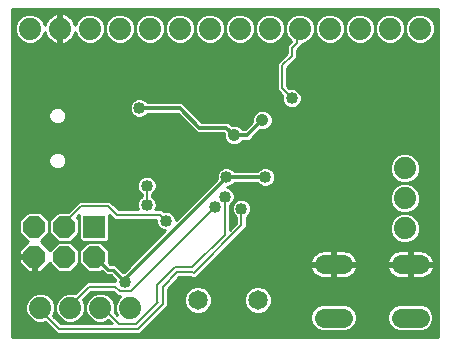
<source format=gbl>
G75*
%MOIN*%
%OFA0B0*%
%FSLAX25Y25*%
%IPPOS*%
%LPD*%
%AMOC8*
5,1,8,0,0,1.08239X$1,22.5*
%
%ADD10R,0.07400X0.07400*%
%ADD11OC8,0.07400*%
%ADD12C,0.06400*%
%ADD13C,0.06500*%
%ADD14C,0.07400*%
%ADD15C,0.01000*%
%ADD16C,0.04165*%
%ADD17C,0.00800*%
%ADD18C,0.04000*%
%ADD19C,0.01200*%
D10*
X0042346Y0039800D03*
D11*
X0032346Y0039800D03*
X0022346Y0039800D03*
X0022346Y0029800D03*
X0032346Y0029800D03*
X0042346Y0029800D03*
D12*
X0118846Y0027200D02*
X0125246Y0027200D01*
X0144446Y0027200D02*
X0150846Y0027200D01*
X0150846Y0009400D02*
X0144446Y0009400D01*
X0125246Y0009400D02*
X0118846Y0009400D01*
D13*
X0096846Y0015300D03*
X0076846Y0015300D03*
D14*
X0054346Y0012800D03*
X0044346Y0012800D03*
X0034346Y0012800D03*
X0024346Y0012800D03*
X0145846Y0039300D03*
X0145846Y0049300D03*
X0145846Y0059300D03*
X0140846Y0105800D03*
X0150846Y0105800D03*
X0130846Y0105800D03*
X0120846Y0105800D03*
X0110846Y0105800D03*
X0100846Y0105800D03*
X0090846Y0105800D03*
X0080846Y0105800D03*
X0070846Y0105800D03*
X0060846Y0105800D03*
X0050846Y0105800D03*
X0040846Y0105800D03*
X0030846Y0105800D03*
X0020846Y0105800D03*
D15*
X0014946Y0112200D02*
X0014946Y0002900D01*
X0156746Y0002900D01*
X0156746Y0112200D01*
X0014946Y0112200D01*
X0014946Y0111615D02*
X0156746Y0111615D01*
X0156746Y0110617D02*
X0152283Y0110617D01*
X0151841Y0110800D02*
X0149852Y0110800D01*
X0148014Y0110039D01*
X0146608Y0108632D01*
X0145846Y0106795D01*
X0145085Y0108632D01*
X0143679Y0110039D01*
X0141841Y0110800D01*
X0139852Y0110800D01*
X0138014Y0110039D01*
X0136608Y0108632D01*
X0135846Y0106795D01*
X0135085Y0108632D01*
X0133679Y0110039D01*
X0131841Y0110800D01*
X0129852Y0110800D01*
X0128014Y0110039D01*
X0126608Y0108632D01*
X0125846Y0106795D01*
X0125085Y0108632D01*
X0123679Y0110039D01*
X0121841Y0110800D01*
X0119852Y0110800D01*
X0118014Y0110039D01*
X0116608Y0108632D01*
X0115846Y0106795D01*
X0115085Y0108632D01*
X0113679Y0110039D01*
X0111841Y0110800D01*
X0109852Y0110800D01*
X0108014Y0110039D01*
X0106608Y0108632D01*
X0105846Y0106795D01*
X0105085Y0108632D01*
X0103679Y0110039D01*
X0101841Y0110800D01*
X0099852Y0110800D01*
X0098014Y0110039D01*
X0096608Y0108632D01*
X0095846Y0106795D01*
X0095085Y0108632D01*
X0093679Y0110039D01*
X0091841Y0110800D01*
X0089852Y0110800D01*
X0088014Y0110039D01*
X0086608Y0108632D01*
X0085846Y0106795D01*
X0085085Y0108632D01*
X0083679Y0110039D01*
X0081841Y0110800D01*
X0079852Y0110800D01*
X0078014Y0110039D01*
X0076608Y0108632D01*
X0075846Y0106795D01*
X0075085Y0108632D01*
X0073679Y0110039D01*
X0071841Y0110800D01*
X0069852Y0110800D01*
X0068014Y0110039D01*
X0066608Y0108632D01*
X0065846Y0106795D01*
X0065085Y0108632D01*
X0063679Y0110039D01*
X0061841Y0110800D01*
X0059852Y0110800D01*
X0058014Y0110039D01*
X0056608Y0108632D01*
X0055846Y0106795D01*
X0055085Y0108632D01*
X0053679Y0110039D01*
X0051841Y0110800D01*
X0049852Y0110800D01*
X0048014Y0110039D01*
X0046608Y0108632D01*
X0045846Y0106795D01*
X0045085Y0108632D01*
X0043679Y0110039D01*
X0041841Y0110800D01*
X0039852Y0110800D01*
X0038014Y0110039D01*
X0036608Y0108632D01*
X0035924Y0106982D01*
X0035918Y0107018D01*
X0035665Y0107796D01*
X0035294Y0108525D01*
X0034813Y0109188D01*
X0034234Y0109766D01*
X0033572Y0110247D01*
X0032843Y0110619D01*
X0032064Y0110872D01*
X0031346Y0110986D01*
X0031346Y0106300D01*
X0030346Y0106300D01*
X0030346Y0110986D01*
X0029629Y0110872D01*
X0028850Y0110619D01*
X0028121Y0110247D01*
X0027459Y0109766D01*
X0026880Y0109188D01*
X0026399Y0108525D01*
X0026027Y0107796D01*
X0025774Y0107018D01*
X0025769Y0106982D01*
X0025085Y0108632D01*
X0023679Y0110039D01*
X0021841Y0110800D01*
X0019852Y0110800D01*
X0018014Y0110039D01*
X0016608Y0108632D01*
X0015846Y0106795D01*
X0015846Y0104805D01*
X0016608Y0102968D01*
X0018014Y0101561D01*
X0019852Y0100800D01*
X0021841Y0100800D01*
X0023679Y0101561D01*
X0025085Y0102968D01*
X0025769Y0104618D01*
X0025774Y0104582D01*
X0026027Y0103804D01*
X0026399Y0103075D01*
X0026880Y0102412D01*
X0027459Y0101834D01*
X0028121Y0101353D01*
X0028850Y0100981D01*
X0029629Y0100728D01*
X0030346Y0100614D01*
X0030346Y0105300D01*
X0031346Y0105300D01*
X0031346Y0100614D01*
X0032064Y0100728D01*
X0032843Y0100981D01*
X0033572Y0101353D01*
X0034234Y0101834D01*
X0034813Y0102412D01*
X0035294Y0103075D01*
X0035665Y0103804D01*
X0035918Y0104582D01*
X0035924Y0104618D01*
X0036608Y0102968D01*
X0038014Y0101561D01*
X0039852Y0100800D01*
X0041841Y0100800D01*
X0043679Y0101561D01*
X0045085Y0102968D01*
X0045846Y0104805D01*
X0045846Y0106795D01*
X0045846Y0104805D01*
X0046608Y0102968D01*
X0048014Y0101561D01*
X0049852Y0100800D01*
X0051841Y0100800D01*
X0053679Y0101561D01*
X0055085Y0102968D01*
X0055846Y0104805D01*
X0055846Y0106795D01*
X0055846Y0104805D01*
X0056608Y0102968D01*
X0058014Y0101561D01*
X0059852Y0100800D01*
X0061841Y0100800D01*
X0063679Y0101561D01*
X0065085Y0102968D01*
X0065846Y0104805D01*
X0065846Y0106795D01*
X0065846Y0104805D01*
X0066608Y0102968D01*
X0068014Y0101561D01*
X0069852Y0100800D01*
X0071841Y0100800D01*
X0073679Y0101561D01*
X0075085Y0102968D01*
X0075846Y0104805D01*
X0075846Y0106795D01*
X0075846Y0104805D01*
X0076608Y0102968D01*
X0078014Y0101561D01*
X0079852Y0100800D01*
X0081841Y0100800D01*
X0083679Y0101561D01*
X0085085Y0102968D01*
X0085846Y0104805D01*
X0085846Y0106795D01*
X0085846Y0104805D01*
X0086608Y0102968D01*
X0088014Y0101561D01*
X0089852Y0100800D01*
X0091841Y0100800D01*
X0093679Y0101561D01*
X0095085Y0102968D01*
X0095846Y0104805D01*
X0095846Y0106795D01*
X0095846Y0104805D01*
X0096608Y0102968D01*
X0098014Y0101561D01*
X0099852Y0100800D01*
X0101841Y0100800D01*
X0103679Y0101561D01*
X0105085Y0102968D01*
X0105846Y0104805D01*
X0106608Y0102968D01*
X0107959Y0101617D01*
X0106446Y0100104D01*
X0106446Y0097504D01*
X0104142Y0095200D01*
X0103146Y0094204D01*
X0103146Y0085196D01*
X0104142Y0084200D01*
X0104917Y0083426D01*
X0104846Y0083256D01*
X0104846Y0081944D01*
X0105349Y0080731D01*
X0106277Y0079802D01*
X0107490Y0079300D01*
X0108803Y0079300D01*
X0110016Y0079802D01*
X0110944Y0080731D01*
X0111446Y0081944D01*
X0111446Y0083256D01*
X0110944Y0084469D01*
X0110016Y0085398D01*
X0108803Y0085900D01*
X0107490Y0085900D01*
X0107321Y0085830D01*
X0106546Y0086604D01*
X0106546Y0092796D01*
X0109846Y0096096D01*
X0109846Y0098696D01*
X0110451Y0099300D01*
X0111446Y0100296D01*
X0111446Y0100800D01*
X0111841Y0100800D01*
X0113679Y0101561D01*
X0115085Y0102968D01*
X0115846Y0104805D01*
X0115846Y0106795D01*
X0115846Y0104805D01*
X0116608Y0102968D01*
X0118014Y0101561D01*
X0119852Y0100800D01*
X0121841Y0100800D01*
X0123679Y0101561D01*
X0125085Y0102968D01*
X0125846Y0104805D01*
X0125846Y0106795D01*
X0125846Y0104805D01*
X0126608Y0102968D01*
X0128014Y0101561D01*
X0129852Y0100800D01*
X0131841Y0100800D01*
X0133679Y0101561D01*
X0135085Y0102968D01*
X0135846Y0104805D01*
X0135846Y0106795D01*
X0135846Y0104805D01*
X0136608Y0102968D01*
X0138014Y0101561D01*
X0139852Y0100800D01*
X0141841Y0100800D01*
X0143679Y0101561D01*
X0145085Y0102968D01*
X0145846Y0104805D01*
X0145846Y0106795D01*
X0145846Y0104805D01*
X0146608Y0102968D01*
X0148014Y0101561D01*
X0149852Y0100800D01*
X0151841Y0100800D01*
X0153679Y0101561D01*
X0155085Y0102968D01*
X0155846Y0104805D01*
X0155846Y0106795D01*
X0155085Y0108632D01*
X0153679Y0110039D01*
X0151841Y0110800D01*
X0154099Y0109618D02*
X0156746Y0109618D01*
X0156746Y0108620D02*
X0155090Y0108620D01*
X0155504Y0107621D02*
X0156746Y0107621D01*
X0156746Y0106623D02*
X0155846Y0106623D01*
X0155846Y0105624D02*
X0156746Y0105624D01*
X0156746Y0104626D02*
X0155772Y0104626D01*
X0155358Y0103627D02*
X0156746Y0103627D01*
X0156746Y0102629D02*
X0154746Y0102629D01*
X0153748Y0101630D02*
X0156746Y0101630D01*
X0156746Y0100632D02*
X0111446Y0100632D01*
X0110784Y0099633D02*
X0156746Y0099633D01*
X0156746Y0098635D02*
X0109846Y0098635D01*
X0109846Y0097636D02*
X0156746Y0097636D01*
X0156746Y0096638D02*
X0109846Y0096638D01*
X0109390Y0095639D02*
X0156746Y0095639D01*
X0156746Y0094641D02*
X0108391Y0094641D01*
X0107393Y0093642D02*
X0156746Y0093642D01*
X0156746Y0092644D02*
X0106546Y0092644D01*
X0106546Y0091645D02*
X0156746Y0091645D01*
X0156746Y0090647D02*
X0106546Y0090647D01*
X0106546Y0089648D02*
X0156746Y0089648D01*
X0156746Y0088650D02*
X0106546Y0088650D01*
X0106546Y0087651D02*
X0156746Y0087651D01*
X0156746Y0086653D02*
X0106546Y0086653D01*
X0109396Y0085654D02*
X0156746Y0085654D01*
X0156746Y0084656D02*
X0110758Y0084656D01*
X0111280Y0083657D02*
X0156746Y0083657D01*
X0156746Y0082659D02*
X0111446Y0082659D01*
X0111329Y0081660D02*
X0156746Y0081660D01*
X0156746Y0080662D02*
X0110875Y0080662D01*
X0109679Y0079663D02*
X0156746Y0079663D01*
X0156746Y0078665D02*
X0099063Y0078665D01*
X0099019Y0078683D02*
X0097674Y0078683D01*
X0096430Y0078168D01*
X0095479Y0077216D01*
X0094964Y0075973D01*
X0094964Y0074627D01*
X0094970Y0074611D01*
X0092559Y0072200D01*
X0091721Y0072200D01*
X0091714Y0072216D01*
X0090763Y0073168D01*
X0089519Y0073683D01*
X0088174Y0073683D01*
X0088157Y0073676D01*
X0087133Y0074700D01*
X0078133Y0074700D01*
X0071633Y0081200D01*
X0060113Y0081200D01*
X0059216Y0082098D01*
X0058003Y0082600D01*
X0056690Y0082600D01*
X0055477Y0082098D01*
X0054549Y0081169D01*
X0054046Y0079956D01*
X0054046Y0078644D01*
X0054549Y0077431D01*
X0055477Y0076502D01*
X0056690Y0076000D01*
X0058003Y0076000D01*
X0059216Y0076502D01*
X0060113Y0077400D01*
X0070059Y0077400D01*
X0075446Y0072013D01*
X0076559Y0070900D01*
X0085464Y0070900D01*
X0085464Y0069627D01*
X0085979Y0068384D01*
X0086930Y0067432D01*
X0088174Y0066917D01*
X0089519Y0066917D01*
X0090763Y0067432D01*
X0091714Y0068384D01*
X0091721Y0068400D01*
X0094133Y0068400D01*
X0095246Y0069513D01*
X0097657Y0071924D01*
X0097674Y0071917D01*
X0099019Y0071917D01*
X0100263Y0072432D01*
X0101214Y0073384D01*
X0101729Y0074627D01*
X0101729Y0075973D01*
X0101214Y0077216D01*
X0100263Y0078168D01*
X0099019Y0078683D01*
X0097630Y0078665D02*
X0074169Y0078665D01*
X0073170Y0079663D02*
X0106614Y0079663D01*
X0105418Y0080662D02*
X0072172Y0080662D01*
X0075167Y0077666D02*
X0095929Y0077666D01*
X0095252Y0076668D02*
X0076166Y0076668D01*
X0077164Y0075669D02*
X0094964Y0075669D01*
X0094964Y0074670D02*
X0087163Y0074670D01*
X0089545Y0073672D02*
X0094031Y0073672D01*
X0093033Y0072673D02*
X0091257Y0072673D01*
X0095246Y0069513D02*
X0095246Y0069513D01*
X0095411Y0069678D02*
X0156746Y0069678D01*
X0156746Y0070676D02*
X0096410Y0070676D01*
X0097408Y0071675D02*
X0156746Y0071675D01*
X0156746Y0072673D02*
X0100504Y0072673D01*
X0101333Y0073672D02*
X0156746Y0073672D01*
X0156746Y0074670D02*
X0101729Y0074670D01*
X0101729Y0075669D02*
X0156746Y0075669D01*
X0156746Y0076668D02*
X0101441Y0076668D01*
X0100764Y0077666D02*
X0156746Y0077666D01*
X0156746Y0068679D02*
X0094413Y0068679D01*
X0091011Y0067681D02*
X0156746Y0067681D01*
X0156746Y0066682D02*
X0014946Y0066682D01*
X0014946Y0065684D02*
X0156746Y0065684D01*
X0156746Y0064685D02*
X0030859Y0064685D01*
X0030599Y0064793D02*
X0029416Y0064793D01*
X0028324Y0064340D01*
X0027487Y0063504D01*
X0027035Y0062411D01*
X0027035Y0061228D01*
X0027487Y0060135D01*
X0028324Y0059299D01*
X0029416Y0058846D01*
X0030599Y0058846D01*
X0031692Y0059299D01*
X0032528Y0060135D01*
X0032981Y0061228D01*
X0032981Y0062411D01*
X0032528Y0063504D01*
X0031692Y0064340D01*
X0030599Y0064793D01*
X0029157Y0064685D02*
X0014946Y0064685D01*
X0014946Y0063687D02*
X0027670Y0063687D01*
X0027149Y0062688D02*
X0014946Y0062688D01*
X0014946Y0061690D02*
X0027035Y0061690D01*
X0027257Y0060691D02*
X0014946Y0060691D01*
X0014946Y0059693D02*
X0027930Y0059693D01*
X0032086Y0059693D02*
X0140846Y0059693D01*
X0140846Y0060295D02*
X0140846Y0058305D01*
X0141608Y0056468D01*
X0143014Y0055061D01*
X0144852Y0054300D01*
X0146841Y0054300D01*
X0148679Y0055061D01*
X0150085Y0056468D01*
X0150846Y0058305D01*
X0150846Y0060295D01*
X0150085Y0062132D01*
X0148679Y0063539D01*
X0146841Y0064300D01*
X0144852Y0064300D01*
X0143014Y0063539D01*
X0141608Y0062132D01*
X0140846Y0060295D01*
X0141011Y0060691D02*
X0032759Y0060691D01*
X0032981Y0061690D02*
X0141424Y0061690D01*
X0142164Y0062688D02*
X0032866Y0062688D01*
X0032345Y0063687D02*
X0143372Y0063687D01*
X0148321Y0063687D02*
X0156746Y0063687D01*
X0156746Y0062688D02*
X0149529Y0062688D01*
X0150269Y0061690D02*
X0156746Y0061690D01*
X0156746Y0060691D02*
X0150682Y0060691D01*
X0150846Y0059693D02*
X0156746Y0059693D01*
X0156746Y0058694D02*
X0150846Y0058694D01*
X0150594Y0057696D02*
X0156746Y0057696D01*
X0156746Y0056697D02*
X0150180Y0056697D01*
X0149316Y0055699D02*
X0156746Y0055699D01*
X0156746Y0054700D02*
X0147807Y0054700D01*
X0146841Y0054300D02*
X0148679Y0053539D01*
X0150085Y0052132D01*
X0150846Y0050295D01*
X0150846Y0048305D01*
X0150085Y0046468D01*
X0148679Y0045061D01*
X0146841Y0044300D01*
X0144852Y0044300D01*
X0143014Y0045061D01*
X0141608Y0046468D01*
X0140846Y0048305D01*
X0140846Y0050295D01*
X0141608Y0052132D01*
X0143014Y0053539D01*
X0144852Y0054300D01*
X0146841Y0054300D01*
X0148285Y0053702D02*
X0156746Y0053702D01*
X0156746Y0052703D02*
X0149514Y0052703D01*
X0150262Y0051705D02*
X0156746Y0051705D01*
X0156746Y0050706D02*
X0150676Y0050706D01*
X0150846Y0049708D02*
X0156746Y0049708D01*
X0156746Y0048709D02*
X0150846Y0048709D01*
X0150600Y0047711D02*
X0156746Y0047711D01*
X0156746Y0046712D02*
X0150186Y0046712D01*
X0149331Y0045714D02*
X0156746Y0045714D01*
X0156746Y0044715D02*
X0147843Y0044715D01*
X0148249Y0043717D02*
X0156746Y0043717D01*
X0156746Y0042718D02*
X0149499Y0042718D01*
X0150085Y0042132D02*
X0148679Y0043539D01*
X0146841Y0044300D01*
X0144852Y0044300D01*
X0143014Y0043539D01*
X0141608Y0042132D01*
X0140846Y0040295D01*
X0140846Y0038305D01*
X0141608Y0036468D01*
X0143014Y0035061D01*
X0144852Y0034300D01*
X0146841Y0034300D01*
X0148679Y0035061D01*
X0150085Y0036468D01*
X0150846Y0038305D01*
X0150846Y0040295D01*
X0150085Y0042132D01*
X0150256Y0041720D02*
X0156746Y0041720D01*
X0156746Y0040721D02*
X0150670Y0040721D01*
X0150846Y0039723D02*
X0156746Y0039723D01*
X0156746Y0038724D02*
X0150846Y0038724D01*
X0150606Y0037726D02*
X0156746Y0037726D01*
X0156746Y0036727D02*
X0150193Y0036727D01*
X0149346Y0035729D02*
X0156746Y0035729D01*
X0156746Y0034730D02*
X0147879Y0034730D01*
X0143814Y0034730D02*
X0088281Y0034730D01*
X0089279Y0035729D02*
X0142347Y0035729D01*
X0141500Y0036727D02*
X0090278Y0036727D01*
X0091276Y0037726D02*
X0141087Y0037726D01*
X0140846Y0038724D02*
X0092275Y0038724D01*
X0093046Y0039496D02*
X0093046Y0042932D01*
X0093216Y0043002D01*
X0094144Y0043931D01*
X0094646Y0045144D01*
X0094646Y0046456D01*
X0094144Y0047669D01*
X0093216Y0048598D01*
X0092003Y0049100D01*
X0090690Y0049100D01*
X0089477Y0048598D01*
X0088549Y0047669D01*
X0088046Y0046456D01*
X0088046Y0045144D01*
X0088549Y0043931D01*
X0089477Y0043002D01*
X0089646Y0042932D01*
X0089646Y0040904D01*
X0087446Y0038704D01*
X0087446Y0046932D01*
X0087616Y0047002D01*
X0088544Y0047931D01*
X0089046Y0049144D01*
X0089046Y0050456D01*
X0088544Y0051669D01*
X0087616Y0052598D01*
X0086644Y0053000D01*
X0087003Y0053000D01*
X0088216Y0053502D01*
X0089113Y0054400D01*
X0096580Y0054400D01*
X0097477Y0053502D01*
X0098690Y0053000D01*
X0100003Y0053000D01*
X0101216Y0053502D01*
X0102144Y0054431D01*
X0102646Y0055644D01*
X0102646Y0056956D01*
X0102144Y0058169D01*
X0101216Y0059098D01*
X0100003Y0059600D01*
X0098690Y0059600D01*
X0097477Y0059098D01*
X0096580Y0058200D01*
X0089113Y0058200D01*
X0088216Y0059098D01*
X0087003Y0059600D01*
X0085690Y0059600D01*
X0084477Y0059098D01*
X0083549Y0058169D01*
X0083046Y0056956D01*
X0083046Y0055646D01*
X0069446Y0042046D01*
X0069446Y0042456D01*
X0068944Y0043669D01*
X0068016Y0044598D01*
X0066803Y0045100D01*
X0065490Y0045100D01*
X0065321Y0045030D01*
X0064851Y0045500D01*
X0062697Y0045500D01*
X0063046Y0046344D01*
X0063046Y0047656D01*
X0062544Y0048869D01*
X0061616Y0049798D01*
X0061446Y0049868D01*
X0061446Y0050532D01*
X0061616Y0050602D01*
X0062544Y0051531D01*
X0063046Y0052744D01*
X0063046Y0054056D01*
X0062544Y0055269D01*
X0061616Y0056198D01*
X0060403Y0056700D01*
X0059090Y0056700D01*
X0057877Y0056198D01*
X0056949Y0055269D01*
X0056446Y0054056D01*
X0056446Y0052744D01*
X0056949Y0051531D01*
X0057877Y0050602D01*
X0058046Y0050532D01*
X0058046Y0049868D01*
X0057877Y0049798D01*
X0056949Y0048869D01*
X0056446Y0047656D01*
X0056446Y0046344D01*
X0056796Y0045500D01*
X0050451Y0045500D01*
X0048646Y0047304D01*
X0047651Y0048300D01*
X0037042Y0048300D01*
X0033542Y0044800D01*
X0030275Y0044800D01*
X0027346Y0041871D01*
X0024418Y0044800D01*
X0020275Y0044800D01*
X0017346Y0041871D01*
X0017346Y0037729D01*
X0020134Y0034941D01*
X0017146Y0031954D01*
X0017146Y0030300D01*
X0021846Y0030300D01*
X0021846Y0029300D01*
X0017146Y0029300D01*
X0017146Y0027646D01*
X0020193Y0024600D01*
X0021846Y0024600D01*
X0021846Y0029300D01*
X0022846Y0029300D01*
X0022846Y0024600D01*
X0024500Y0024600D01*
X0027488Y0027588D01*
X0030275Y0024800D01*
X0034418Y0024800D01*
X0037346Y0027729D01*
X0037346Y0031871D01*
X0034418Y0034800D01*
X0037346Y0037729D01*
X0037346Y0041871D01*
X0036384Y0042833D01*
X0037346Y0043796D01*
X0037346Y0035562D01*
X0038108Y0034800D01*
X0046585Y0034800D01*
X0047346Y0035562D01*
X0047346Y0043796D01*
X0049042Y0042100D01*
X0062846Y0042100D01*
X0062846Y0041144D01*
X0063349Y0039931D01*
X0064277Y0039002D01*
X0065490Y0038500D01*
X0065901Y0038500D01*
X0052101Y0024700D01*
X0051890Y0024700D01*
X0051821Y0024671D01*
X0050346Y0026146D01*
X0049292Y0027200D01*
X0047692Y0027200D01*
X0047255Y0027637D01*
X0047346Y0027729D01*
X0047346Y0031871D01*
X0044418Y0034800D01*
X0040275Y0034800D01*
X0037346Y0031871D01*
X0037346Y0027729D01*
X0040275Y0024800D01*
X0044418Y0024800D01*
X0044709Y0025092D01*
X0046201Y0023600D01*
X0047801Y0023600D01*
X0049275Y0022126D01*
X0049246Y0022056D01*
X0049246Y0021500D01*
X0039842Y0021500D01*
X0035908Y0017565D01*
X0035341Y0017800D01*
X0033352Y0017800D01*
X0031514Y0017039D01*
X0030108Y0015632D01*
X0029346Y0013795D01*
X0028585Y0015632D01*
X0027179Y0017039D01*
X0025341Y0017800D01*
X0023352Y0017800D01*
X0021514Y0017039D01*
X0020108Y0015632D01*
X0019346Y0013795D01*
X0019346Y0011805D01*
X0020108Y0009968D01*
X0021514Y0008561D01*
X0023352Y0007800D01*
X0025341Y0007800D01*
X0025908Y0008035D01*
X0029842Y0004100D01*
X0057651Y0004100D01*
X0058646Y0005096D01*
X0064142Y0010592D01*
X0064142Y0010729D01*
X0065751Y0012337D01*
X0066746Y0013333D01*
X0066746Y0019033D01*
X0070682Y0022969D01*
X0074274Y0022969D01*
X0074692Y0022550D01*
X0076101Y0022550D01*
X0093046Y0039496D01*
X0093046Y0039723D02*
X0140846Y0039723D01*
X0141023Y0040721D02*
X0093046Y0040721D01*
X0093046Y0041720D02*
X0141437Y0041720D01*
X0142194Y0042718D02*
X0093046Y0042718D01*
X0093930Y0043717D02*
X0143444Y0043717D01*
X0143850Y0044715D02*
X0094469Y0044715D01*
X0094646Y0045714D02*
X0142362Y0045714D01*
X0141506Y0046712D02*
X0094541Y0046712D01*
X0094103Y0047711D02*
X0141093Y0047711D01*
X0140846Y0048709D02*
X0092946Y0048709D01*
X0089747Y0048709D02*
X0088867Y0048709D01*
X0089046Y0049708D02*
X0140846Y0049708D01*
X0141017Y0050706D02*
X0088943Y0050706D01*
X0088509Y0051705D02*
X0141431Y0051705D01*
X0142179Y0052703D02*
X0087361Y0052703D01*
X0088415Y0053702D02*
X0097278Y0053702D01*
X0101415Y0053702D02*
X0143408Y0053702D01*
X0143886Y0054700D02*
X0102256Y0054700D01*
X0102646Y0055699D02*
X0142377Y0055699D01*
X0141513Y0056697D02*
X0102646Y0056697D01*
X0102340Y0057696D02*
X0141099Y0057696D01*
X0140846Y0058694D02*
X0101619Y0058694D01*
X0097074Y0058694D02*
X0088619Y0058694D01*
X0086346Y0056300D02*
X0086146Y0056200D01*
X0052146Y0022200D01*
X0052546Y0021400D01*
X0048546Y0025400D01*
X0046946Y0025400D01*
X0042546Y0029800D01*
X0042346Y0029800D01*
X0038333Y0026742D02*
X0036359Y0026742D01*
X0037346Y0027740D02*
X0037346Y0027740D01*
X0037346Y0028739D02*
X0037346Y0028739D01*
X0037346Y0029737D02*
X0037346Y0029737D01*
X0037346Y0030736D02*
X0037346Y0030736D01*
X0037346Y0031734D02*
X0037346Y0031734D01*
X0036484Y0032733D02*
X0038208Y0032733D01*
X0039207Y0033732D02*
X0035486Y0033732D01*
X0034487Y0034730D02*
X0040205Y0034730D01*
X0037346Y0035729D02*
X0035346Y0035729D01*
X0034418Y0034800D02*
X0030275Y0034800D01*
X0027346Y0037729D01*
X0024559Y0034941D01*
X0027488Y0032012D01*
X0030275Y0034800D01*
X0034418Y0034800D01*
X0036345Y0036727D02*
X0037346Y0036727D01*
X0037343Y0037726D02*
X0037346Y0037726D01*
X0037346Y0038724D02*
X0037346Y0038724D01*
X0037346Y0039723D02*
X0037346Y0039723D01*
X0037346Y0040721D02*
X0037346Y0040721D01*
X0037346Y0041720D02*
X0037346Y0041720D01*
X0037346Y0042718D02*
X0036499Y0042718D01*
X0037267Y0043717D02*
X0037346Y0043717D01*
X0034456Y0045714D02*
X0014946Y0045714D01*
X0014946Y0046712D02*
X0035454Y0046712D01*
X0036453Y0047711D02*
X0014946Y0047711D01*
X0014946Y0048709D02*
X0056883Y0048709D01*
X0056469Y0047711D02*
X0048240Y0047711D01*
X0049238Y0046712D02*
X0056446Y0046712D01*
X0056707Y0045714D02*
X0050237Y0045714D01*
X0047426Y0043717D02*
X0047346Y0043717D01*
X0047346Y0042718D02*
X0048424Y0042718D01*
X0047346Y0041720D02*
X0062846Y0041720D01*
X0063021Y0040721D02*
X0047346Y0040721D01*
X0047346Y0039723D02*
X0063557Y0039723D01*
X0064949Y0038724D02*
X0047346Y0038724D01*
X0047346Y0037726D02*
X0065126Y0037726D01*
X0064128Y0036727D02*
X0047346Y0036727D01*
X0047346Y0035729D02*
X0063129Y0035729D01*
X0062131Y0034730D02*
X0044487Y0034730D01*
X0045486Y0033732D02*
X0061132Y0033732D01*
X0060134Y0032733D02*
X0046484Y0032733D01*
X0047346Y0031734D02*
X0059135Y0031734D01*
X0058137Y0030736D02*
X0047346Y0030736D01*
X0047346Y0029737D02*
X0057138Y0029737D01*
X0056140Y0028739D02*
X0047346Y0028739D01*
X0047346Y0027740D02*
X0055141Y0027740D01*
X0054143Y0026742D02*
X0049750Y0026742D01*
X0050749Y0025743D02*
X0053144Y0025743D01*
X0052146Y0024745D02*
X0051747Y0024745D01*
X0048653Y0022748D02*
X0014946Y0022748D01*
X0014946Y0023746D02*
X0046054Y0023746D01*
X0045056Y0024745D02*
X0024645Y0024745D01*
X0025644Y0025743D02*
X0029332Y0025743D01*
X0028333Y0026742D02*
X0026642Y0026742D01*
X0022846Y0026742D02*
X0021846Y0026742D01*
X0021846Y0027740D02*
X0022846Y0027740D01*
X0022846Y0028739D02*
X0021846Y0028739D01*
X0021846Y0029737D02*
X0014946Y0029737D01*
X0014946Y0028739D02*
X0017146Y0028739D01*
X0017146Y0027740D02*
X0014946Y0027740D01*
X0014946Y0026742D02*
X0018051Y0026742D01*
X0019049Y0025743D02*
X0014946Y0025743D01*
X0014946Y0024745D02*
X0020048Y0024745D01*
X0021846Y0024745D02*
X0022846Y0024745D01*
X0022846Y0025743D02*
X0021846Y0025743D01*
X0017146Y0030736D02*
X0014946Y0030736D01*
X0014946Y0031734D02*
X0017146Y0031734D01*
X0017926Y0032733D02*
X0014946Y0032733D01*
X0014946Y0033732D02*
X0018924Y0033732D01*
X0019923Y0034730D02*
X0014946Y0034730D01*
X0014946Y0035729D02*
X0019347Y0035729D01*
X0018348Y0036727D02*
X0014946Y0036727D01*
X0014946Y0037726D02*
X0017350Y0037726D01*
X0017346Y0038724D02*
X0014946Y0038724D01*
X0014946Y0039723D02*
X0017346Y0039723D01*
X0017346Y0040721D02*
X0014946Y0040721D01*
X0014946Y0041720D02*
X0017346Y0041720D01*
X0018194Y0042718D02*
X0014946Y0042718D01*
X0014946Y0043717D02*
X0019192Y0043717D01*
X0020191Y0044715D02*
X0014946Y0044715D01*
X0014946Y0049708D02*
X0057787Y0049708D01*
X0057773Y0050706D02*
X0014946Y0050706D01*
X0014946Y0051705D02*
X0056877Y0051705D01*
X0056463Y0052703D02*
X0014946Y0052703D01*
X0014946Y0053702D02*
X0056446Y0053702D01*
X0056713Y0054700D02*
X0014946Y0054700D01*
X0014946Y0055699D02*
X0057378Y0055699D01*
X0059084Y0056697D02*
X0014946Y0056697D01*
X0014946Y0057696D02*
X0083353Y0057696D01*
X0083046Y0056697D02*
X0060409Y0056697D01*
X0062115Y0055699D02*
X0083046Y0055699D01*
X0082101Y0054700D02*
X0062780Y0054700D01*
X0063046Y0053702D02*
X0081103Y0053702D01*
X0080104Y0052703D02*
X0063030Y0052703D01*
X0062616Y0051705D02*
X0079106Y0051705D01*
X0078107Y0050706D02*
X0061720Y0050706D01*
X0061706Y0049708D02*
X0077109Y0049708D01*
X0076110Y0048709D02*
X0062610Y0048709D01*
X0063024Y0047711D02*
X0075112Y0047711D01*
X0074113Y0046712D02*
X0063046Y0046712D01*
X0062786Y0045714D02*
X0073115Y0045714D01*
X0072116Y0044715D02*
X0067732Y0044715D01*
X0068897Y0043717D02*
X0071118Y0043717D01*
X0070119Y0042718D02*
X0069338Y0042718D01*
X0085285Y0031734D02*
X0117593Y0031734D01*
X0117746Y0031784D02*
X0117042Y0031556D01*
X0116383Y0031220D01*
X0115785Y0030785D01*
X0115261Y0030262D01*
X0114827Y0029663D01*
X0114491Y0029004D01*
X0114262Y0028301D01*
X0114167Y0027700D01*
X0121546Y0027700D01*
X0121546Y0026700D01*
X0114167Y0026700D01*
X0114262Y0026099D01*
X0114491Y0025396D01*
X0114827Y0024737D01*
X0115261Y0024138D01*
X0115785Y0023615D01*
X0116383Y0023180D01*
X0117042Y0022844D01*
X0117746Y0022616D01*
X0118477Y0022500D01*
X0121546Y0022500D01*
X0121546Y0026700D01*
X0122546Y0026700D01*
X0122546Y0022500D01*
X0125616Y0022500D01*
X0126347Y0022616D01*
X0127051Y0022844D01*
X0127710Y0023180D01*
X0128308Y0023615D01*
X0128831Y0024138D01*
X0129266Y0024737D01*
X0129602Y0025396D01*
X0129831Y0026099D01*
X0129926Y0026700D01*
X0122547Y0026700D01*
X0122547Y0027700D01*
X0129926Y0027700D01*
X0129831Y0028301D01*
X0129602Y0029004D01*
X0129266Y0029663D01*
X0128831Y0030262D01*
X0128308Y0030785D01*
X0127710Y0031220D01*
X0127051Y0031556D01*
X0126347Y0031784D01*
X0125616Y0031900D01*
X0122546Y0031900D01*
X0122546Y0027700D01*
X0121546Y0027700D01*
X0121546Y0031900D01*
X0118477Y0031900D01*
X0117746Y0031784D01*
X0115736Y0030736D02*
X0084287Y0030736D01*
X0083288Y0029737D02*
X0114881Y0029737D01*
X0114405Y0028739D02*
X0082290Y0028739D01*
X0081291Y0027740D02*
X0114173Y0027740D01*
X0114378Y0025743D02*
X0079294Y0025743D01*
X0078296Y0024745D02*
X0114822Y0024745D01*
X0115653Y0023746D02*
X0077297Y0023746D01*
X0076299Y0022748D02*
X0117339Y0022748D01*
X0121546Y0022748D02*
X0122546Y0022748D01*
X0122546Y0023746D02*
X0121546Y0023746D01*
X0121546Y0024745D02*
X0122546Y0024745D01*
X0122546Y0025743D02*
X0121546Y0025743D01*
X0121546Y0026742D02*
X0080293Y0026742D01*
X0074494Y0022748D02*
X0070461Y0022748D01*
X0069463Y0021749D02*
X0156746Y0021749D01*
X0156746Y0020751D02*
X0068464Y0020751D01*
X0067466Y0019752D02*
X0075706Y0019752D01*
X0075941Y0019850D02*
X0074269Y0019157D01*
X0072989Y0017877D01*
X0072296Y0016205D01*
X0072296Y0014395D01*
X0072989Y0012723D01*
X0074269Y0011443D01*
X0075941Y0010750D01*
X0077752Y0010750D01*
X0079424Y0011443D01*
X0080704Y0012723D01*
X0081396Y0014395D01*
X0081396Y0016205D01*
X0080704Y0017877D01*
X0079424Y0019157D01*
X0077752Y0019850D01*
X0075941Y0019850D01*
X0077987Y0019752D02*
X0095706Y0019752D01*
X0095941Y0019850D02*
X0094269Y0019157D01*
X0092989Y0017877D01*
X0092296Y0016205D01*
X0092296Y0014395D01*
X0092989Y0012723D01*
X0094269Y0011443D01*
X0095941Y0010750D01*
X0097752Y0010750D01*
X0099424Y0011443D01*
X0100704Y0012723D01*
X0101396Y0014395D01*
X0101396Y0016205D01*
X0100704Y0017877D01*
X0099424Y0019157D01*
X0097752Y0019850D01*
X0095941Y0019850D01*
X0097987Y0019752D02*
X0156746Y0019752D01*
X0156746Y0018754D02*
X0099827Y0018754D01*
X0100754Y0017755D02*
X0156746Y0017755D01*
X0156746Y0016757D02*
X0101168Y0016757D01*
X0101396Y0015758D02*
X0156746Y0015758D01*
X0156746Y0014760D02*
X0101396Y0014760D01*
X0101134Y0013761D02*
X0117617Y0013761D01*
X0117951Y0013900D02*
X0116297Y0013215D01*
X0115032Y0011949D01*
X0114346Y0010295D01*
X0114346Y0008505D01*
X0115032Y0006851D01*
X0116297Y0005585D01*
X0117951Y0004900D01*
X0126142Y0004900D01*
X0127795Y0005585D01*
X0129061Y0006851D01*
X0129746Y0008505D01*
X0129746Y0010295D01*
X0129061Y0011949D01*
X0127795Y0013215D01*
X0126142Y0013900D01*
X0117951Y0013900D01*
X0115845Y0012763D02*
X0100720Y0012763D01*
X0099745Y0011764D02*
X0114955Y0011764D01*
X0114541Y0010766D02*
X0097790Y0010766D01*
X0095903Y0010766D02*
X0077790Y0010766D01*
X0075903Y0010766D02*
X0064179Y0010766D01*
X0063318Y0009767D02*
X0114346Y0009767D01*
X0114346Y0008769D02*
X0062319Y0008769D01*
X0061321Y0007770D02*
X0114651Y0007770D01*
X0115111Y0006772D02*
X0060322Y0006772D01*
X0059324Y0005773D02*
X0116109Y0005773D01*
X0126476Y0013761D02*
X0143217Y0013761D01*
X0143551Y0013900D02*
X0141897Y0013215D01*
X0140632Y0011949D01*
X0139946Y0010295D01*
X0139946Y0008505D01*
X0140632Y0006851D01*
X0141897Y0005585D01*
X0143551Y0004900D01*
X0151742Y0004900D01*
X0153395Y0005585D01*
X0154661Y0006851D01*
X0155346Y0008505D01*
X0155346Y0010295D01*
X0154661Y0011949D01*
X0153395Y0013215D01*
X0151742Y0013900D01*
X0143551Y0013900D01*
X0141445Y0012763D02*
X0128248Y0012763D01*
X0129138Y0011764D02*
X0140555Y0011764D01*
X0140141Y0010766D02*
X0129552Y0010766D01*
X0129746Y0009767D02*
X0139946Y0009767D01*
X0139946Y0008769D02*
X0129746Y0008769D01*
X0129442Y0007770D02*
X0140251Y0007770D01*
X0140711Y0006772D02*
X0128982Y0006772D01*
X0127984Y0005773D02*
X0141709Y0005773D01*
X0152076Y0013761D02*
X0156746Y0013761D01*
X0156746Y0012763D02*
X0153848Y0012763D01*
X0154738Y0011764D02*
X0156746Y0011764D01*
X0156746Y0010766D02*
X0155152Y0010766D01*
X0155346Y0009767D02*
X0156746Y0009767D01*
X0156746Y0008769D02*
X0155346Y0008769D01*
X0155042Y0007770D02*
X0156746Y0007770D01*
X0156746Y0006772D02*
X0154582Y0006772D01*
X0153584Y0005773D02*
X0156746Y0005773D01*
X0156746Y0004775D02*
X0058325Y0004775D01*
X0049913Y0010438D02*
X0049112Y0011239D01*
X0049346Y0011805D01*
X0049913Y0010438D01*
X0049777Y0010766D02*
X0049585Y0010766D01*
X0049363Y0011764D02*
X0049329Y0011764D01*
X0049346Y0011805D02*
X0049346Y0013795D01*
X0048585Y0015632D01*
X0047179Y0017039D01*
X0045341Y0017800D01*
X0043352Y0017800D01*
X0041514Y0017039D01*
X0040108Y0015632D01*
X0039346Y0013795D01*
X0038643Y0015493D01*
X0041251Y0018100D01*
X0048642Y0018100D01*
X0050242Y0016500D01*
X0050975Y0016500D01*
X0050108Y0015632D01*
X0049346Y0013795D01*
X0049346Y0011805D01*
X0049346Y0012763D02*
X0049346Y0012763D01*
X0049346Y0013761D02*
X0049346Y0013761D01*
X0048947Y0014760D02*
X0049746Y0014760D01*
X0050234Y0015758D02*
X0048459Y0015758D01*
X0047461Y0016757D02*
X0049985Y0016757D01*
X0048987Y0017755D02*
X0045449Y0017755D01*
X0043244Y0017755D02*
X0040906Y0017755D01*
X0041232Y0016757D02*
X0039907Y0016757D01*
X0040234Y0015758D02*
X0038909Y0015758D01*
X0038947Y0014760D02*
X0039746Y0014760D01*
X0039346Y0013795D02*
X0039346Y0011805D01*
X0038585Y0009968D01*
X0037179Y0008561D01*
X0035341Y0007800D01*
X0033352Y0007800D01*
X0031514Y0008561D01*
X0030108Y0009968D01*
X0029346Y0011805D01*
X0029346Y0013795D01*
X0029346Y0011805D01*
X0028643Y0010107D01*
X0031251Y0007500D01*
X0048042Y0007500D01*
X0047039Y0008503D01*
X0045341Y0007800D01*
X0043352Y0007800D01*
X0041514Y0008561D01*
X0040108Y0009968D01*
X0039346Y0011805D01*
X0039346Y0013795D01*
X0039346Y0013761D02*
X0039346Y0013761D01*
X0039346Y0012763D02*
X0039346Y0012763D01*
X0039329Y0011764D02*
X0039363Y0011764D01*
X0039777Y0010766D02*
X0038916Y0010766D01*
X0038385Y0009767D02*
X0040308Y0009767D01*
X0041307Y0008769D02*
X0037386Y0008769D01*
X0031307Y0008769D02*
X0029982Y0008769D01*
X0030308Y0009767D02*
X0028983Y0009767D01*
X0028916Y0010766D02*
X0029777Y0010766D01*
X0029363Y0011764D02*
X0029329Y0011764D01*
X0029346Y0012763D02*
X0029346Y0012763D01*
X0029346Y0013761D02*
X0029346Y0013761D01*
X0028947Y0014760D02*
X0029746Y0014760D01*
X0030234Y0015758D02*
X0028459Y0015758D01*
X0027461Y0016757D02*
X0031232Y0016757D01*
X0033244Y0017755D02*
X0025449Y0017755D01*
X0023244Y0017755D02*
X0014946Y0017755D01*
X0014946Y0016757D02*
X0021232Y0016757D01*
X0020234Y0015758D02*
X0014946Y0015758D01*
X0014946Y0014760D02*
X0019746Y0014760D01*
X0019346Y0013761D02*
X0014946Y0013761D01*
X0014946Y0012763D02*
X0019346Y0012763D01*
X0019363Y0011764D02*
X0014946Y0011764D01*
X0014946Y0010766D02*
X0019777Y0010766D01*
X0020308Y0009767D02*
X0014946Y0009767D01*
X0014946Y0008769D02*
X0021307Y0008769D01*
X0026172Y0007770D02*
X0014946Y0007770D01*
X0014946Y0006772D02*
X0027171Y0006772D01*
X0028169Y0005773D02*
X0014946Y0005773D01*
X0014946Y0004775D02*
X0029168Y0004775D01*
X0030980Y0007770D02*
X0047772Y0007770D01*
X0036098Y0017755D02*
X0035449Y0017755D01*
X0037096Y0018754D02*
X0014946Y0018754D01*
X0014946Y0019752D02*
X0038095Y0019752D01*
X0039093Y0020751D02*
X0014946Y0020751D01*
X0014946Y0021749D02*
X0049246Y0021749D01*
X0039332Y0025743D02*
X0035361Y0025743D01*
X0028208Y0032733D02*
X0026767Y0032733D01*
X0025769Y0033732D02*
X0029207Y0033732D01*
X0030205Y0034730D02*
X0024770Y0034730D01*
X0025346Y0035729D02*
X0029347Y0035729D01*
X0028348Y0036727D02*
X0026345Y0036727D01*
X0027343Y0037726D02*
X0027350Y0037726D01*
X0027346Y0037729D02*
X0027346Y0041871D01*
X0027346Y0037729D01*
X0027346Y0038724D02*
X0027346Y0038724D01*
X0027346Y0039723D02*
X0027346Y0039723D01*
X0027346Y0040721D02*
X0027346Y0040721D01*
X0027346Y0041720D02*
X0027346Y0041720D01*
X0026499Y0042718D02*
X0028194Y0042718D01*
X0029192Y0043717D02*
X0025501Y0043717D01*
X0024502Y0044715D02*
X0030191Y0044715D01*
X0014946Y0058694D02*
X0084074Y0058694D01*
X0086682Y0067681D02*
X0014946Y0067681D01*
X0014946Y0068679D02*
X0085856Y0068679D01*
X0085464Y0069678D02*
X0014946Y0069678D01*
X0014946Y0070676D02*
X0085464Y0070676D01*
X0075784Y0071675D02*
X0014946Y0071675D01*
X0014946Y0072673D02*
X0074786Y0072673D01*
X0073787Y0073672D02*
X0014946Y0073672D01*
X0014946Y0074670D02*
X0027913Y0074670D01*
X0028324Y0074260D02*
X0029416Y0073807D01*
X0030599Y0073807D01*
X0031692Y0074260D01*
X0032528Y0075096D01*
X0032981Y0076189D01*
X0032981Y0077372D01*
X0032528Y0078465D01*
X0031692Y0079301D01*
X0030599Y0079754D01*
X0029416Y0079754D01*
X0028324Y0079301D01*
X0027487Y0078465D01*
X0027035Y0077372D01*
X0027035Y0076189D01*
X0027487Y0075096D01*
X0028324Y0074260D01*
X0027250Y0075669D02*
X0014946Y0075669D01*
X0014946Y0076668D02*
X0027035Y0076668D01*
X0027157Y0077666D02*
X0014946Y0077666D01*
X0014946Y0078665D02*
X0027687Y0078665D01*
X0029198Y0079663D02*
X0014946Y0079663D01*
X0014946Y0080662D02*
X0054339Y0080662D01*
X0054046Y0079663D02*
X0030818Y0079663D01*
X0032328Y0078665D02*
X0054046Y0078665D01*
X0054451Y0077666D02*
X0032859Y0077666D01*
X0032981Y0076668D02*
X0055312Y0076668D01*
X0059381Y0076668D02*
X0070792Y0076668D01*
X0071790Y0075669D02*
X0032766Y0075669D01*
X0032103Y0074670D02*
X0072789Y0074670D01*
X0059653Y0081660D02*
X0104964Y0081660D01*
X0104846Y0082659D02*
X0014946Y0082659D01*
X0014946Y0083657D02*
X0104685Y0083657D01*
X0103687Y0084656D02*
X0014946Y0084656D01*
X0014946Y0085654D02*
X0103146Y0085654D01*
X0103146Y0086653D02*
X0014946Y0086653D01*
X0014946Y0087651D02*
X0103146Y0087651D01*
X0103146Y0088650D02*
X0014946Y0088650D01*
X0014946Y0089648D02*
X0103146Y0089648D01*
X0103146Y0090647D02*
X0014946Y0090647D01*
X0014946Y0091645D02*
X0103146Y0091645D01*
X0103146Y0092644D02*
X0014946Y0092644D01*
X0014946Y0093642D02*
X0103146Y0093642D01*
X0103583Y0094641D02*
X0014946Y0094641D01*
X0014946Y0095639D02*
X0104581Y0095639D01*
X0105580Y0096638D02*
X0014946Y0096638D01*
X0014946Y0097636D02*
X0106446Y0097636D01*
X0106446Y0098635D02*
X0014946Y0098635D01*
X0014946Y0099633D02*
X0106446Y0099633D01*
X0106974Y0100632D02*
X0031456Y0100632D01*
X0031346Y0100632D02*
X0030346Y0100632D01*
X0030237Y0100632D02*
X0014946Y0100632D01*
X0014946Y0101630D02*
X0017945Y0101630D01*
X0016947Y0102629D02*
X0014946Y0102629D01*
X0014946Y0103627D02*
X0016334Y0103627D01*
X0015921Y0104626D02*
X0014946Y0104626D01*
X0014946Y0105624D02*
X0015846Y0105624D01*
X0015846Y0106623D02*
X0014946Y0106623D01*
X0014946Y0107621D02*
X0016189Y0107621D01*
X0016603Y0108620D02*
X0014946Y0108620D01*
X0014946Y0109618D02*
X0017594Y0109618D01*
X0019410Y0110617D02*
X0014946Y0110617D01*
X0022283Y0110617D02*
X0028846Y0110617D01*
X0030346Y0110617D02*
X0031346Y0110617D01*
X0031346Y0109618D02*
X0030346Y0109618D01*
X0030346Y0108620D02*
X0031346Y0108620D01*
X0031346Y0107621D02*
X0030346Y0107621D01*
X0030346Y0106623D02*
X0031346Y0106623D01*
X0031346Y0104626D02*
X0030346Y0104626D01*
X0030346Y0103627D02*
X0031346Y0103627D01*
X0031346Y0102629D02*
X0030346Y0102629D01*
X0030346Y0101630D02*
X0031346Y0101630D01*
X0033954Y0101630D02*
X0037945Y0101630D01*
X0036947Y0102629D02*
X0034970Y0102629D01*
X0035576Y0103627D02*
X0036334Y0103627D01*
X0036189Y0107621D02*
X0035722Y0107621D01*
X0035225Y0108620D02*
X0036603Y0108620D01*
X0037594Y0109618D02*
X0034382Y0109618D01*
X0032847Y0110617D02*
X0039410Y0110617D01*
X0042283Y0110617D02*
X0049410Y0110617D01*
X0047594Y0109618D02*
X0044099Y0109618D01*
X0045090Y0108620D02*
X0046603Y0108620D01*
X0046189Y0107621D02*
X0045504Y0107621D01*
X0045846Y0106623D02*
X0045846Y0106623D01*
X0045846Y0105624D02*
X0045846Y0105624D01*
X0045772Y0104626D02*
X0045921Y0104626D01*
X0046334Y0103627D02*
X0045358Y0103627D01*
X0044746Y0102629D02*
X0046947Y0102629D01*
X0047945Y0101630D02*
X0043748Y0101630D01*
X0053748Y0101630D02*
X0057945Y0101630D01*
X0056947Y0102629D02*
X0054746Y0102629D01*
X0055358Y0103627D02*
X0056334Y0103627D01*
X0055921Y0104626D02*
X0055772Y0104626D01*
X0055846Y0105624D02*
X0055846Y0105624D01*
X0055846Y0106623D02*
X0055846Y0106623D01*
X0055504Y0107621D02*
X0056189Y0107621D01*
X0056603Y0108620D02*
X0055090Y0108620D01*
X0054099Y0109618D02*
X0057594Y0109618D01*
X0059410Y0110617D02*
X0052283Y0110617D01*
X0062283Y0110617D02*
X0069410Y0110617D01*
X0067594Y0109618D02*
X0064099Y0109618D01*
X0065090Y0108620D02*
X0066603Y0108620D01*
X0066189Y0107621D02*
X0065504Y0107621D01*
X0065846Y0106623D02*
X0065846Y0106623D01*
X0065846Y0105624D02*
X0065846Y0105624D01*
X0065772Y0104626D02*
X0065921Y0104626D01*
X0066334Y0103627D02*
X0065358Y0103627D01*
X0064746Y0102629D02*
X0066947Y0102629D01*
X0067945Y0101630D02*
X0063748Y0101630D01*
X0073748Y0101630D02*
X0077945Y0101630D01*
X0076947Y0102629D02*
X0074746Y0102629D01*
X0075358Y0103627D02*
X0076334Y0103627D01*
X0075921Y0104626D02*
X0075772Y0104626D01*
X0075846Y0105624D02*
X0075846Y0105624D01*
X0075846Y0106623D02*
X0075846Y0106623D01*
X0075504Y0107621D02*
X0076189Y0107621D01*
X0076603Y0108620D02*
X0075090Y0108620D01*
X0074099Y0109618D02*
X0077594Y0109618D01*
X0079410Y0110617D02*
X0072283Y0110617D01*
X0082283Y0110617D02*
X0089410Y0110617D01*
X0092283Y0110617D02*
X0099410Y0110617D01*
X0097594Y0109618D02*
X0094099Y0109618D01*
X0095090Y0108620D02*
X0096603Y0108620D01*
X0096189Y0107621D02*
X0095504Y0107621D01*
X0095846Y0106623D02*
X0095846Y0106623D01*
X0095846Y0105624D02*
X0095846Y0105624D01*
X0095772Y0104626D02*
X0095921Y0104626D01*
X0096334Y0103627D02*
X0095358Y0103627D01*
X0094746Y0102629D02*
X0096947Y0102629D01*
X0097945Y0101630D02*
X0093748Y0101630D01*
X0087945Y0101630D02*
X0083748Y0101630D01*
X0084746Y0102629D02*
X0086947Y0102629D01*
X0086334Y0103627D02*
X0085358Y0103627D01*
X0085772Y0104626D02*
X0085921Y0104626D01*
X0085846Y0105624D02*
X0085846Y0105624D01*
X0085846Y0106623D02*
X0085846Y0106623D01*
X0085504Y0107621D02*
X0086189Y0107621D01*
X0086603Y0108620D02*
X0085090Y0108620D01*
X0084099Y0109618D02*
X0087594Y0109618D01*
X0102283Y0110617D02*
X0109410Y0110617D01*
X0107594Y0109618D02*
X0104099Y0109618D01*
X0105090Y0108620D02*
X0106603Y0108620D01*
X0106189Y0107621D02*
X0105504Y0107621D01*
X0105846Y0106795D02*
X0105846Y0104805D01*
X0105846Y0106795D01*
X0105846Y0106623D02*
X0105846Y0106623D01*
X0105846Y0105624D02*
X0105846Y0105624D01*
X0105772Y0104626D02*
X0105921Y0104626D01*
X0106334Y0103627D02*
X0105358Y0103627D01*
X0104746Y0102629D02*
X0106947Y0102629D01*
X0107945Y0101630D02*
X0103748Y0101630D01*
X0113748Y0101630D02*
X0117945Y0101630D01*
X0116947Y0102629D02*
X0114746Y0102629D01*
X0115358Y0103627D02*
X0116334Y0103627D01*
X0115921Y0104626D02*
X0115772Y0104626D01*
X0115846Y0105624D02*
X0115846Y0105624D01*
X0115846Y0106623D02*
X0115846Y0106623D01*
X0115504Y0107621D02*
X0116189Y0107621D01*
X0116603Y0108620D02*
X0115090Y0108620D01*
X0114099Y0109618D02*
X0117594Y0109618D01*
X0119410Y0110617D02*
X0112283Y0110617D01*
X0122283Y0110617D02*
X0129410Y0110617D01*
X0132283Y0110617D02*
X0139410Y0110617D01*
X0137594Y0109618D02*
X0134099Y0109618D01*
X0135090Y0108620D02*
X0136603Y0108620D01*
X0136189Y0107621D02*
X0135504Y0107621D01*
X0135846Y0106623D02*
X0135846Y0106623D01*
X0135846Y0105624D02*
X0135846Y0105624D01*
X0135772Y0104626D02*
X0135921Y0104626D01*
X0136334Y0103627D02*
X0135358Y0103627D01*
X0134746Y0102629D02*
X0136947Y0102629D01*
X0137945Y0101630D02*
X0133748Y0101630D01*
X0127945Y0101630D02*
X0123748Y0101630D01*
X0124746Y0102629D02*
X0126947Y0102629D01*
X0126334Y0103627D02*
X0125358Y0103627D01*
X0125772Y0104626D02*
X0125921Y0104626D01*
X0125846Y0105624D02*
X0125846Y0105624D01*
X0125846Y0106623D02*
X0125846Y0106623D01*
X0125504Y0107621D02*
X0126189Y0107621D01*
X0126603Y0108620D02*
X0125090Y0108620D01*
X0124099Y0109618D02*
X0127594Y0109618D01*
X0142283Y0110617D02*
X0149410Y0110617D01*
X0147594Y0109618D02*
X0144099Y0109618D01*
X0145090Y0108620D02*
X0146603Y0108620D01*
X0146189Y0107621D02*
X0145504Y0107621D01*
X0145846Y0106623D02*
X0145846Y0106623D01*
X0145846Y0105624D02*
X0145846Y0105624D01*
X0145772Y0104626D02*
X0145921Y0104626D01*
X0146334Y0103627D02*
X0145358Y0103627D01*
X0144746Y0102629D02*
X0146947Y0102629D01*
X0147945Y0101630D02*
X0143748Y0101630D01*
X0088590Y0047711D02*
X0088324Y0047711D01*
X0088152Y0046712D02*
X0087446Y0046712D01*
X0087446Y0045714D02*
X0088046Y0045714D01*
X0088224Y0044715D02*
X0087446Y0044715D01*
X0087446Y0043717D02*
X0088763Y0043717D01*
X0089646Y0042718D02*
X0087446Y0042718D01*
X0087446Y0041720D02*
X0089646Y0041720D01*
X0089463Y0040721D02*
X0087446Y0040721D01*
X0087446Y0039723D02*
X0088465Y0039723D01*
X0087466Y0038724D02*
X0087446Y0038724D01*
X0087282Y0033732D02*
X0156746Y0033732D01*
X0156746Y0032733D02*
X0086284Y0032733D01*
X0079827Y0018754D02*
X0093866Y0018754D01*
X0092939Y0017755D02*
X0080754Y0017755D01*
X0081168Y0016757D02*
X0092525Y0016757D01*
X0092296Y0015758D02*
X0081396Y0015758D01*
X0081396Y0014760D02*
X0092296Y0014760D01*
X0092559Y0013761D02*
X0081134Y0013761D01*
X0080720Y0012763D02*
X0092973Y0012763D01*
X0093948Y0011764D02*
X0079745Y0011764D01*
X0073948Y0011764D02*
X0065178Y0011764D01*
X0066176Y0012763D02*
X0072973Y0012763D01*
X0072559Y0013761D02*
X0066746Y0013761D01*
X0066746Y0014760D02*
X0072296Y0014760D01*
X0072296Y0015758D02*
X0066746Y0015758D01*
X0066746Y0016757D02*
X0072525Y0016757D01*
X0072939Y0017755D02*
X0066746Y0017755D01*
X0066746Y0018754D02*
X0073866Y0018754D01*
X0121546Y0027740D02*
X0122546Y0027740D01*
X0122547Y0026742D02*
X0147146Y0026742D01*
X0147146Y0026700D02*
X0139767Y0026700D01*
X0139862Y0026099D01*
X0140091Y0025396D01*
X0140427Y0024737D01*
X0140861Y0024138D01*
X0141385Y0023615D01*
X0141983Y0023180D01*
X0142642Y0022844D01*
X0143346Y0022616D01*
X0144077Y0022500D01*
X0147146Y0022500D01*
X0147146Y0026700D01*
X0147146Y0027700D01*
X0139767Y0027700D01*
X0139862Y0028301D01*
X0140091Y0029004D01*
X0140427Y0029663D01*
X0140861Y0030262D01*
X0141385Y0030785D01*
X0141983Y0031220D01*
X0142642Y0031556D01*
X0143346Y0031784D01*
X0144077Y0031900D01*
X0147146Y0031900D01*
X0147146Y0027700D01*
X0148146Y0027700D01*
X0148146Y0031900D01*
X0151216Y0031900D01*
X0151947Y0031784D01*
X0152651Y0031556D01*
X0153310Y0031220D01*
X0153908Y0030785D01*
X0154431Y0030262D01*
X0154866Y0029663D01*
X0155202Y0029004D01*
X0155431Y0028301D01*
X0155526Y0027700D01*
X0148147Y0027700D01*
X0148147Y0026700D01*
X0155526Y0026700D01*
X0155431Y0026099D01*
X0155202Y0025396D01*
X0154866Y0024737D01*
X0154431Y0024138D01*
X0153908Y0023615D01*
X0153310Y0023180D01*
X0152651Y0022844D01*
X0151947Y0022616D01*
X0151216Y0022500D01*
X0148146Y0022500D01*
X0148146Y0026700D01*
X0147146Y0026700D01*
X0147146Y0025743D02*
X0148146Y0025743D01*
X0148146Y0024745D02*
X0147146Y0024745D01*
X0147146Y0023746D02*
X0148146Y0023746D01*
X0148146Y0022748D02*
X0147146Y0022748D01*
X0142939Y0022748D02*
X0126754Y0022748D01*
X0128440Y0023746D02*
X0141253Y0023746D01*
X0140422Y0024745D02*
X0129270Y0024745D01*
X0129715Y0025743D02*
X0139978Y0025743D01*
X0139773Y0027740D02*
X0129919Y0027740D01*
X0129688Y0028739D02*
X0140005Y0028739D01*
X0140481Y0029737D02*
X0129212Y0029737D01*
X0128357Y0030736D02*
X0141336Y0030736D01*
X0143193Y0031734D02*
X0126500Y0031734D01*
X0122546Y0031734D02*
X0121546Y0031734D01*
X0121546Y0030736D02*
X0122546Y0030736D01*
X0122546Y0029737D02*
X0121546Y0029737D01*
X0121546Y0028739D02*
X0122546Y0028739D01*
X0147146Y0028739D02*
X0148146Y0028739D01*
X0148146Y0029737D02*
X0147146Y0029737D01*
X0147146Y0030736D02*
X0148146Y0030736D01*
X0148146Y0031734D02*
X0147146Y0031734D01*
X0147146Y0027740D02*
X0148146Y0027740D01*
X0148147Y0026742D02*
X0156746Y0026742D01*
X0156746Y0027740D02*
X0155519Y0027740D01*
X0155288Y0028739D02*
X0156746Y0028739D01*
X0156746Y0029737D02*
X0154812Y0029737D01*
X0153957Y0030736D02*
X0156746Y0030736D01*
X0156746Y0031734D02*
X0152100Y0031734D01*
X0155315Y0025743D02*
X0156746Y0025743D01*
X0156746Y0024745D02*
X0154870Y0024745D01*
X0154040Y0023746D02*
X0156746Y0023746D01*
X0156746Y0022748D02*
X0152354Y0022748D01*
X0156746Y0003776D02*
X0014946Y0003776D01*
X0014946Y0081660D02*
X0055040Y0081660D01*
X0027739Y0101630D02*
X0023748Y0101630D01*
X0024746Y0102629D02*
X0026723Y0102629D01*
X0026117Y0103627D02*
X0025358Y0103627D01*
X0025504Y0107621D02*
X0025971Y0107621D01*
X0026468Y0108620D02*
X0025090Y0108620D01*
X0024099Y0109618D02*
X0027311Y0109618D01*
D16*
X0088846Y0070300D03*
X0095846Y0064300D03*
X0098346Y0075300D03*
X0080846Y0063800D03*
X0110346Y0088800D03*
X0102846Y0097300D03*
X0115346Y0098300D03*
X0127346Y0066800D03*
X0134346Y0052800D03*
X0096846Y0024300D03*
X0071346Y0019800D03*
D17*
X0069978Y0024669D02*
X0065046Y0019737D01*
X0065046Y0014037D01*
X0062442Y0011433D01*
X0062442Y0011296D01*
X0056946Y0005800D01*
X0030546Y0005800D01*
X0024546Y0011800D01*
X0024546Y0012600D01*
X0024346Y0012800D01*
X0034346Y0012800D02*
X0034546Y0013000D01*
X0034546Y0013800D01*
X0040546Y0019800D01*
X0049346Y0019800D01*
X0050946Y0018200D01*
X0054546Y0018200D01*
X0082546Y0046200D01*
X0085746Y0049800D02*
X0085746Y0037000D01*
X0075023Y0026276D01*
X0069323Y0026276D01*
X0063346Y0020300D01*
X0063346Y0014800D01*
X0063446Y0014700D01*
X0056146Y0007400D01*
X0050546Y0007400D01*
X0045346Y0012600D01*
X0044546Y0012600D01*
X0044346Y0012800D01*
X0069978Y0024669D02*
X0074978Y0024669D01*
X0075396Y0024250D01*
X0091346Y0040200D01*
X0091346Y0045800D01*
X0066146Y0041800D02*
X0064146Y0043800D01*
X0049746Y0043800D01*
X0046946Y0046600D01*
X0037746Y0046600D01*
X0032546Y0041400D01*
X0032546Y0039800D01*
X0032346Y0039800D01*
X0059746Y0047000D02*
X0059746Y0053400D01*
X0104846Y0085900D02*
X0104846Y0093500D01*
X0108146Y0096800D01*
X0108146Y0099400D01*
X0109746Y0101000D01*
X0109746Y0102200D01*
X0110546Y0103000D01*
X0110546Y0105800D01*
X0110846Y0105800D01*
X0104846Y0085900D02*
X0108146Y0082600D01*
D18*
X0108146Y0082600D03*
X0099346Y0056300D03*
X0086346Y0056300D03*
X0085746Y0049800D03*
X0082546Y0046200D03*
X0091346Y0045800D03*
X0066146Y0041800D03*
X0059746Y0047000D03*
X0059746Y0053400D03*
X0057346Y0079300D03*
X0052546Y0021400D03*
D19*
X0086346Y0056300D02*
X0099346Y0056300D01*
X0093346Y0070300D02*
X0088846Y0070300D01*
X0086346Y0072800D01*
X0077346Y0072800D01*
X0070846Y0079300D01*
X0057346Y0079300D01*
X0093346Y0070300D02*
X0098346Y0075300D01*
M02*

</source>
